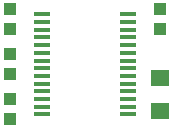
<source format=gtp>
G75*
G70*
%OFA0B0*%
%FSLAX24Y24*%
%IPPOS*%
%LPD*%
%AMOC8*
5,1,8,0,0,1.08239X$1,22.5*
%
%ADD10R,0.0550X0.0137*%
%ADD11R,0.0394X0.0433*%
%ADD12R,0.0630X0.0551*%
D10*
X008122Y004437D03*
X008122Y004693D03*
X008122Y004948D03*
X008122Y005204D03*
X008122Y005460D03*
X008122Y005716D03*
X008122Y005972D03*
X008122Y006228D03*
X008122Y006484D03*
X008122Y006740D03*
X008122Y006996D03*
X008122Y007252D03*
X008122Y007507D03*
X008122Y007763D03*
X011001Y007763D03*
X011001Y007507D03*
X011001Y007252D03*
X011001Y006996D03*
X011001Y006740D03*
X011001Y006484D03*
X011001Y006228D03*
X011001Y005972D03*
X011001Y005716D03*
X011001Y005460D03*
X011001Y005204D03*
X011001Y004948D03*
X011001Y004693D03*
X011001Y004437D03*
D11*
X007061Y004265D03*
X007061Y004935D03*
X007061Y005765D03*
X007061Y006435D03*
X007061Y007265D03*
X007061Y007935D03*
X012061Y007935D03*
X012061Y007265D03*
D12*
X012061Y005651D03*
X012061Y004549D03*
M02*

</source>
